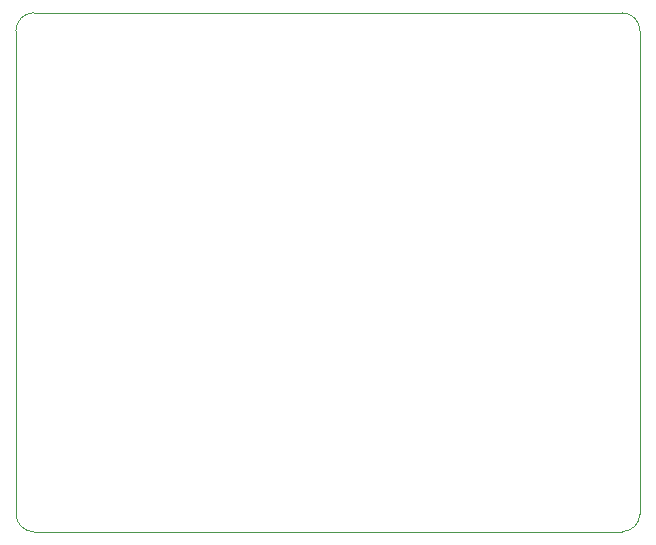
<source format=gbr>
%TF.GenerationSoftware,KiCad,Pcbnew,(5.1.4)-1*%
%TF.CreationDate,2021-10-25T09:38:00+02:00*%
%TF.ProjectId,bbb-diffcape-receiver,6262622d-6469-4666-9663-6170652d7265,rev?*%
%TF.SameCoordinates,Original*%
%TF.FileFunction,Profile,NP*%
%FSLAX46Y46*%
G04 Gerber Fmt 4.6, Leading zero omitted, Abs format (unit mm)*
G04 Created by KiCad (PCBNEW (5.1.4)-1) date 2021-10-25 09:38:00*
%MOMM*%
%LPD*%
G04 APERTURE LIST*
%ADD10C,0.050000*%
G04 APERTURE END LIST*
D10*
X89916000Y-92964000D02*
G75*
G02X88392000Y-91440000I0J1524000D01*
G01*
X88392000Y-50546000D02*
G75*
G02X89916000Y-49022000I1524000J0D01*
G01*
X139700000Y-49022000D02*
G75*
G02X141224000Y-50546000I0J-1524000D01*
G01*
X141224000Y-91440000D02*
G75*
G02X139700000Y-92964000I-1524000J0D01*
G01*
X88392000Y-91440000D02*
X88392000Y-50546000D01*
X139700000Y-92964000D02*
X89916000Y-92964000D01*
X141224000Y-50546000D02*
X141224000Y-91440000D01*
X89916000Y-49022000D02*
X139700000Y-49022000D01*
M02*

</source>
